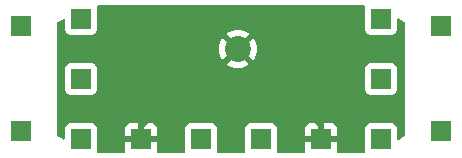
<source format=gbl>
%TF.GenerationSoftware,KiCad,Pcbnew,(6.0.5)*%
%TF.CreationDate,2023-09-23T13:50:41+09:00*%
%TF.ProjectId,20230918_Barcoder8,32303233-3039-4313-985f-426172636f64,rev?*%
%TF.SameCoordinates,Original*%
%TF.FileFunction,Copper,L2,Bot*%
%TF.FilePolarity,Positive*%
%FSLAX46Y46*%
G04 Gerber Fmt 4.6, Leading zero omitted, Abs format (unit mm)*
G04 Created by KiCad (PCBNEW (6.0.5)) date 2023-09-23 13:50:41*
%MOMM*%
%LPD*%
G01*
G04 APERTURE LIST*
%TA.AperFunction,ComponentPad*%
%ADD10R,1.700000X1.700000*%
%TD*%
%TA.AperFunction,ComponentPad*%
%ADD11C,2.200000*%
%TD*%
%TA.AperFunction,ViaPad*%
%ADD12C,0.800000*%
%TD*%
%TA.AperFunction,Conductor*%
%ADD13C,0.250000*%
%TD*%
G04 APERTURE END LIST*
D10*
%TO.P,REF\u002A\u002A,1*%
%TO.N,N/C*%
X124460000Y-74295000D03*
%TD*%
%TO.P,P1,1,Pin_1*%
%TO.N,/P*%
X154940000Y-78740000D03*
%TD*%
%TO.P,G2,1,Pin_1*%
%TO.N,/G*%
X149860000Y-83820000D03*
%TD*%
%TO.P,REF\u002A\u002A,1*%
%TO.N,N/C*%
X124460000Y-83185000D03*
%TD*%
%TO.P,OUT1,1,Pin_1*%
%TO.N,/OUT*%
X154940000Y-83820000D03*
%TD*%
%TO.P,T1,1,Pin_1*%
%TO.N,/CE*%
X129540000Y-83820000D03*
%TD*%
%TO.P,A1,1,Pin_1*%
%TO.N,/Ain*%
X129540000Y-78740000D03*
%TD*%
D11*
%TO.P,J1,1,Pin_1*%
%TO.N,/G*%
X142810000Y-76200000D03*
%TD*%
D10*
%TO.P,REF\u002A\u002A,1*%
%TO.N,N/C*%
X160020000Y-83185000D03*
%TD*%
%TO.P,N1,1,Pin_1*%
%TO.N,/N*%
X129540000Y-73660000D03*
%TD*%
%TO.P,BZ1,1,Pin_1*%
%TO.N,Net-(BZ1-Pad1)*%
X139700000Y-83820000D03*
%TD*%
%TO.P,V5,1,Pin_1*%
%TO.N,/5V*%
X154940000Y-73660000D03*
%TD*%
%TO.P,BZ2,1,Pin_1*%
%TO.N,Net-(BZ2-Pad1)*%
X144780000Y-83820000D03*
%TD*%
%TO.P,REF\u002A\u002A,1*%
%TO.N,N/C*%
X160020000Y-74295000D03*
%TD*%
%TO.P,G1,1,Pin_1*%
%TO.N,/G*%
X134620000Y-83820000D03*
%TD*%
D12*
%TO.N,/G*%
X143332200Y-73406000D03*
X155905200Y-81280000D03*
X128498600Y-81203800D03*
X132638800Y-76352400D03*
X141300200Y-82245200D03*
X155879800Y-76174600D03*
X128574800Y-76073000D03*
X147370800Y-73406000D03*
X147447000Y-82677000D03*
X152400000Y-75438000D03*
X149682200Y-81305400D03*
X146278600Y-79857600D03*
X137541000Y-79349600D03*
X137896600Y-81991200D03*
X149631400Y-76530200D03*
X143078200Y-82270600D03*
%TD*%
D13*
%TO.N,/G*%
X149860000Y-82860000D02*
X149000000Y-82000000D01*
X152400000Y-75438000D02*
X152400000Y-83312000D01*
X142205800Y-82000000D02*
X137354400Y-82000000D01*
X137354400Y-82000000D02*
X135500000Y-82000000D01*
X137668000Y-79502000D02*
X137668000Y-79832000D01*
X137668000Y-79832000D02*
X135500000Y-82000000D01*
X135500000Y-82000000D02*
X134620000Y-82880000D01*
X149860000Y-83820000D02*
X149860000Y-82860000D01*
X151892000Y-83820000D02*
X149860000Y-83820000D01*
X152400000Y-83312000D02*
X151892000Y-83820000D01*
X134620000Y-82880000D02*
X134620000Y-83820000D01*
X149000000Y-82000000D02*
X142205800Y-82000000D01*
%TD*%
%TA.AperFunction,Conductor*%
%TO.N,/G*%
G36*
X153546249Y-72528502D02*
G01*
X153592742Y-72582158D01*
X153602846Y-72652432D01*
X153596111Y-72678728D01*
X153588255Y-72699684D01*
X153581500Y-72761866D01*
X153581500Y-74558134D01*
X153588255Y-74620316D01*
X153639385Y-74756705D01*
X153726739Y-74873261D01*
X153843295Y-74960615D01*
X153979684Y-75011745D01*
X154041866Y-75018500D01*
X155838134Y-75018500D01*
X155900316Y-75011745D01*
X156036705Y-74960615D01*
X156153261Y-74873261D01*
X156240615Y-74756705D01*
X156291745Y-74620316D01*
X156298500Y-74558134D01*
X156298500Y-73730946D01*
X156318502Y-73662825D01*
X156372158Y-73616332D01*
X156442432Y-73606228D01*
X156506330Y-73635135D01*
X156610584Y-73724176D01*
X156614792Y-73726755D01*
X156614798Y-73726759D01*
X156808817Y-73845654D01*
X156813037Y-73848240D01*
X156817607Y-73850133D01*
X156817611Y-73850135D01*
X156922218Y-73893464D01*
X156977499Y-73938012D01*
X157000000Y-74009873D01*
X157000000Y-83490127D01*
X156979998Y-83558248D01*
X156922218Y-83606536D01*
X156817611Y-83649865D01*
X156817607Y-83649867D01*
X156813037Y-83651760D01*
X156808817Y-83654346D01*
X156614798Y-83773241D01*
X156614792Y-83773245D01*
X156610584Y-83775824D01*
X156506330Y-83864865D01*
X156441541Y-83893896D01*
X156371341Y-83883291D01*
X156318019Y-83836417D01*
X156298500Y-83769054D01*
X156298500Y-82921866D01*
X156291745Y-82859684D01*
X156240615Y-82723295D01*
X156153261Y-82606739D01*
X156036705Y-82519385D01*
X155900316Y-82468255D01*
X155838134Y-82461500D01*
X154041866Y-82461500D01*
X153979684Y-82468255D01*
X153843295Y-82519385D01*
X153726739Y-82606739D01*
X153639385Y-82723295D01*
X153588255Y-82859684D01*
X153581500Y-82921866D01*
X153581500Y-84718134D01*
X153588255Y-84780316D01*
X153591029Y-84787715D01*
X153603608Y-84821270D01*
X153608791Y-84892078D01*
X153574870Y-84954447D01*
X153512615Y-84988576D01*
X153485626Y-84991500D01*
X151313840Y-84991500D01*
X151245719Y-84971498D01*
X151199226Y-84917842D01*
X151189122Y-84847568D01*
X151195858Y-84821270D01*
X151208478Y-84787606D01*
X151212105Y-84772351D01*
X151217631Y-84721486D01*
X151218000Y-84714672D01*
X151218000Y-84092115D01*
X151213525Y-84076876D01*
X151212135Y-84075671D01*
X151204452Y-84074000D01*
X148520116Y-84074000D01*
X148504877Y-84078475D01*
X148503672Y-84079865D01*
X148502001Y-84087548D01*
X148502001Y-84714669D01*
X148502371Y-84721490D01*
X148507895Y-84772352D01*
X148511521Y-84787603D01*
X148524142Y-84821270D01*
X148529325Y-84892077D01*
X148495404Y-84954446D01*
X148433149Y-84988576D01*
X148406160Y-84991500D01*
X146234374Y-84991500D01*
X146166253Y-84971498D01*
X146119760Y-84917842D01*
X146109656Y-84847568D01*
X146116392Y-84821270D01*
X146128971Y-84787715D01*
X146131745Y-84780316D01*
X146138500Y-84718134D01*
X146138500Y-83547885D01*
X148502000Y-83547885D01*
X148506475Y-83563124D01*
X148507865Y-83564329D01*
X148515548Y-83566000D01*
X149587885Y-83566000D01*
X149603124Y-83561525D01*
X149604329Y-83560135D01*
X149606000Y-83552452D01*
X149606000Y-83547885D01*
X150114000Y-83547885D01*
X150118475Y-83563124D01*
X150119865Y-83564329D01*
X150127548Y-83566000D01*
X151199884Y-83566000D01*
X151215123Y-83561525D01*
X151216328Y-83560135D01*
X151217999Y-83552452D01*
X151217999Y-82925331D01*
X151217629Y-82918510D01*
X151212105Y-82867648D01*
X151208479Y-82852396D01*
X151163324Y-82731946D01*
X151154786Y-82716351D01*
X151078285Y-82614276D01*
X151065724Y-82601715D01*
X150963649Y-82525214D01*
X150948054Y-82516676D01*
X150827606Y-82471522D01*
X150812351Y-82467895D01*
X150761486Y-82462369D01*
X150754672Y-82462000D01*
X150132115Y-82462000D01*
X150116876Y-82466475D01*
X150115671Y-82467865D01*
X150114000Y-82475548D01*
X150114000Y-83547885D01*
X149606000Y-83547885D01*
X149606000Y-82480116D01*
X149601525Y-82464877D01*
X149600135Y-82463672D01*
X149592452Y-82462001D01*
X148965331Y-82462001D01*
X148958510Y-82462371D01*
X148907648Y-82467895D01*
X148892396Y-82471521D01*
X148771946Y-82516676D01*
X148756351Y-82525214D01*
X148654276Y-82601715D01*
X148641715Y-82614276D01*
X148565214Y-82716351D01*
X148556676Y-82731946D01*
X148511522Y-82852394D01*
X148507895Y-82867649D01*
X148502369Y-82918514D01*
X148502000Y-82925328D01*
X148502000Y-83547885D01*
X146138500Y-83547885D01*
X146138500Y-82921866D01*
X146131745Y-82859684D01*
X146080615Y-82723295D01*
X145993261Y-82606739D01*
X145876705Y-82519385D01*
X145740316Y-82468255D01*
X145678134Y-82461500D01*
X143881866Y-82461500D01*
X143819684Y-82468255D01*
X143683295Y-82519385D01*
X143566739Y-82606739D01*
X143479385Y-82723295D01*
X143428255Y-82859684D01*
X143421500Y-82921866D01*
X143421500Y-84718134D01*
X143428255Y-84780316D01*
X143431029Y-84787715D01*
X143443608Y-84821270D01*
X143448791Y-84892078D01*
X143414870Y-84954447D01*
X143352615Y-84988576D01*
X143325626Y-84991500D01*
X141154374Y-84991500D01*
X141086253Y-84971498D01*
X141039760Y-84917842D01*
X141029656Y-84847568D01*
X141036392Y-84821270D01*
X141048971Y-84787715D01*
X141051745Y-84780316D01*
X141058500Y-84718134D01*
X141058500Y-82921866D01*
X141051745Y-82859684D01*
X141000615Y-82723295D01*
X140913261Y-82606739D01*
X140796705Y-82519385D01*
X140660316Y-82468255D01*
X140598134Y-82461500D01*
X138801866Y-82461500D01*
X138739684Y-82468255D01*
X138603295Y-82519385D01*
X138486739Y-82606739D01*
X138399385Y-82723295D01*
X138348255Y-82859684D01*
X138341500Y-82921866D01*
X138341500Y-84718134D01*
X138348255Y-84780316D01*
X138351029Y-84787715D01*
X138363608Y-84821270D01*
X138368791Y-84892078D01*
X138334870Y-84954447D01*
X138272615Y-84988576D01*
X138245626Y-84991500D01*
X136073840Y-84991500D01*
X136005719Y-84971498D01*
X135959226Y-84917842D01*
X135949122Y-84847568D01*
X135955858Y-84821270D01*
X135968478Y-84787606D01*
X135972105Y-84772351D01*
X135977631Y-84721486D01*
X135978000Y-84714672D01*
X135978000Y-84092115D01*
X135973525Y-84076876D01*
X135972135Y-84075671D01*
X135964452Y-84074000D01*
X133280116Y-84074000D01*
X133264877Y-84078475D01*
X133263672Y-84079865D01*
X133262001Y-84087548D01*
X133262001Y-84714669D01*
X133262371Y-84721490D01*
X133267895Y-84772352D01*
X133271521Y-84787603D01*
X133284142Y-84821270D01*
X133289325Y-84892077D01*
X133255404Y-84954446D01*
X133193149Y-84988576D01*
X133166160Y-84991500D01*
X130994374Y-84991500D01*
X130926253Y-84971498D01*
X130879760Y-84917842D01*
X130869656Y-84847568D01*
X130876392Y-84821270D01*
X130888971Y-84787715D01*
X130891745Y-84780316D01*
X130898500Y-84718134D01*
X130898500Y-83547885D01*
X133262000Y-83547885D01*
X133266475Y-83563124D01*
X133267865Y-83564329D01*
X133275548Y-83566000D01*
X134347885Y-83566000D01*
X134363124Y-83561525D01*
X134364329Y-83560135D01*
X134366000Y-83552452D01*
X134366000Y-83547885D01*
X134874000Y-83547885D01*
X134878475Y-83563124D01*
X134879865Y-83564329D01*
X134887548Y-83566000D01*
X135959884Y-83566000D01*
X135975123Y-83561525D01*
X135976328Y-83560135D01*
X135977999Y-83552452D01*
X135977999Y-82925331D01*
X135977629Y-82918510D01*
X135972105Y-82867648D01*
X135968479Y-82852396D01*
X135923324Y-82731946D01*
X135914786Y-82716351D01*
X135838285Y-82614276D01*
X135825724Y-82601715D01*
X135723649Y-82525214D01*
X135708054Y-82516676D01*
X135587606Y-82471522D01*
X135572351Y-82467895D01*
X135521486Y-82462369D01*
X135514672Y-82462000D01*
X134892115Y-82462000D01*
X134876876Y-82466475D01*
X134875671Y-82467865D01*
X134874000Y-82475548D01*
X134874000Y-83547885D01*
X134366000Y-83547885D01*
X134366000Y-82480116D01*
X134361525Y-82464877D01*
X134360135Y-82463672D01*
X134352452Y-82462001D01*
X133725331Y-82462001D01*
X133718510Y-82462371D01*
X133667648Y-82467895D01*
X133652396Y-82471521D01*
X133531946Y-82516676D01*
X133516351Y-82525214D01*
X133414276Y-82601715D01*
X133401715Y-82614276D01*
X133325214Y-82716351D01*
X133316676Y-82731946D01*
X133271522Y-82852394D01*
X133267895Y-82867649D01*
X133262369Y-82918514D01*
X133262000Y-82925328D01*
X133262000Y-83547885D01*
X130898500Y-83547885D01*
X130898500Y-82921866D01*
X130891745Y-82859684D01*
X130840615Y-82723295D01*
X130753261Y-82606739D01*
X130636705Y-82519385D01*
X130500316Y-82468255D01*
X130438134Y-82461500D01*
X128641866Y-82461500D01*
X128579684Y-82468255D01*
X128443295Y-82519385D01*
X128326739Y-82606739D01*
X128239385Y-82723295D01*
X128188255Y-82859684D01*
X128181500Y-82921866D01*
X128181500Y-83751972D01*
X128161498Y-83820093D01*
X128107842Y-83866586D01*
X128037568Y-83876690D01*
X127973669Y-83847783D01*
X127941248Y-83820093D01*
X127889416Y-83775824D01*
X127885208Y-83773245D01*
X127885202Y-83773241D01*
X127691183Y-83654346D01*
X127686963Y-83651760D01*
X127682393Y-83649867D01*
X127682389Y-83649865D01*
X127577782Y-83606536D01*
X127522501Y-83561988D01*
X127500000Y-83490127D01*
X127500000Y-79638134D01*
X128181500Y-79638134D01*
X128188255Y-79700316D01*
X128239385Y-79836705D01*
X128326739Y-79953261D01*
X128443295Y-80040615D01*
X128579684Y-80091745D01*
X128641866Y-80098500D01*
X130438134Y-80098500D01*
X130500316Y-80091745D01*
X130636705Y-80040615D01*
X130753261Y-79953261D01*
X130840615Y-79836705D01*
X130891745Y-79700316D01*
X130898500Y-79638134D01*
X153581500Y-79638134D01*
X153588255Y-79700316D01*
X153639385Y-79836705D01*
X153726739Y-79953261D01*
X153843295Y-80040615D01*
X153979684Y-80091745D01*
X154041866Y-80098500D01*
X155838134Y-80098500D01*
X155900316Y-80091745D01*
X156036705Y-80040615D01*
X156153261Y-79953261D01*
X156240615Y-79836705D01*
X156291745Y-79700316D01*
X156298500Y-79638134D01*
X156298500Y-77841866D01*
X156291745Y-77779684D01*
X156240615Y-77643295D01*
X156153261Y-77526739D01*
X156036705Y-77439385D01*
X155900316Y-77388255D01*
X155838134Y-77381500D01*
X154041866Y-77381500D01*
X153979684Y-77388255D01*
X153843295Y-77439385D01*
X153726739Y-77526739D01*
X153639385Y-77643295D01*
X153588255Y-77779684D01*
X153581500Y-77841866D01*
X153581500Y-79638134D01*
X130898500Y-79638134D01*
X130898500Y-77841866D01*
X130891745Y-77779684D01*
X130840615Y-77643295D01*
X130753261Y-77526739D01*
X130724775Y-77505390D01*
X141869440Y-77505390D01*
X141875167Y-77513040D01*
X142073506Y-77634583D01*
X142082300Y-77639064D01*
X142306991Y-77732134D01*
X142316376Y-77735183D01*
X142552863Y-77791959D01*
X142562610Y-77793502D01*
X142805070Y-77812584D01*
X142814930Y-77812584D01*
X143057390Y-77793502D01*
X143067137Y-77791959D01*
X143303624Y-77735183D01*
X143313009Y-77732134D01*
X143537700Y-77639064D01*
X143546494Y-77634583D01*
X143741167Y-77515287D01*
X143750627Y-77504830D01*
X143746844Y-77496054D01*
X142822812Y-76572022D01*
X142808868Y-76564408D01*
X142807035Y-76564539D01*
X142800420Y-76568790D01*
X141876200Y-77493010D01*
X141869440Y-77505390D01*
X130724775Y-77505390D01*
X130636705Y-77439385D01*
X130500316Y-77388255D01*
X130438134Y-77381500D01*
X128641866Y-77381500D01*
X128579684Y-77388255D01*
X128443295Y-77439385D01*
X128326739Y-77526739D01*
X128239385Y-77643295D01*
X128188255Y-77779684D01*
X128181500Y-77841866D01*
X128181500Y-79638134D01*
X127500000Y-79638134D01*
X127500000Y-76204930D01*
X141197416Y-76204930D01*
X141216498Y-76447390D01*
X141218041Y-76457137D01*
X141274817Y-76693624D01*
X141277866Y-76703009D01*
X141370936Y-76927700D01*
X141375417Y-76936494D01*
X141494713Y-77131167D01*
X141505170Y-77140627D01*
X141513946Y-77136844D01*
X142437978Y-76212812D01*
X142444356Y-76201132D01*
X143174408Y-76201132D01*
X143174539Y-76202965D01*
X143178790Y-76209580D01*
X144103010Y-77133800D01*
X144115390Y-77140560D01*
X144123040Y-77134833D01*
X144244583Y-76936494D01*
X144249064Y-76927700D01*
X144342134Y-76703009D01*
X144345183Y-76693624D01*
X144401959Y-76457137D01*
X144403502Y-76447390D01*
X144422584Y-76204930D01*
X144422584Y-76195070D01*
X144403502Y-75952610D01*
X144401959Y-75942863D01*
X144345183Y-75706376D01*
X144342134Y-75696991D01*
X144249064Y-75472300D01*
X144244583Y-75463506D01*
X144125287Y-75268833D01*
X144114830Y-75259373D01*
X144106054Y-75263156D01*
X143182022Y-76187188D01*
X143174408Y-76201132D01*
X142444356Y-76201132D01*
X142445592Y-76198868D01*
X142445461Y-76197035D01*
X142441210Y-76190420D01*
X141516990Y-75266200D01*
X141504610Y-75259440D01*
X141496960Y-75265167D01*
X141375417Y-75463506D01*
X141370936Y-75472300D01*
X141277866Y-75696991D01*
X141274817Y-75706376D01*
X141218041Y-75942863D01*
X141216498Y-75952610D01*
X141197416Y-76195070D01*
X141197416Y-76204930D01*
X127500000Y-76204930D01*
X127500000Y-74009873D01*
X127520002Y-73941752D01*
X127577782Y-73893464D01*
X127682389Y-73850135D01*
X127682393Y-73850133D01*
X127686963Y-73848240D01*
X127691183Y-73845654D01*
X127885202Y-73726759D01*
X127885208Y-73726755D01*
X127889416Y-73724176D01*
X127973669Y-73652217D01*
X128038459Y-73623186D01*
X128108659Y-73633791D01*
X128161982Y-73680666D01*
X128181500Y-73748028D01*
X128181500Y-74558134D01*
X128188255Y-74620316D01*
X128239385Y-74756705D01*
X128326739Y-74873261D01*
X128443295Y-74960615D01*
X128579684Y-75011745D01*
X128641866Y-75018500D01*
X130438134Y-75018500D01*
X130500316Y-75011745D01*
X130636705Y-74960615D01*
X130724028Y-74895170D01*
X141869373Y-74895170D01*
X141873156Y-74903946D01*
X142797188Y-75827978D01*
X142811132Y-75835592D01*
X142812965Y-75835461D01*
X142819580Y-75831210D01*
X143743800Y-74906990D01*
X143750560Y-74894610D01*
X143744833Y-74886960D01*
X143546494Y-74765417D01*
X143537700Y-74760936D01*
X143313009Y-74667866D01*
X143303624Y-74664817D01*
X143067137Y-74608041D01*
X143057390Y-74606498D01*
X142814930Y-74587416D01*
X142805070Y-74587416D01*
X142562610Y-74606498D01*
X142552863Y-74608041D01*
X142316376Y-74664817D01*
X142306991Y-74667866D01*
X142082300Y-74760936D01*
X142073506Y-74765417D01*
X141878833Y-74884713D01*
X141869373Y-74895170D01*
X130724028Y-74895170D01*
X130753261Y-74873261D01*
X130840615Y-74756705D01*
X130891745Y-74620316D01*
X130898500Y-74558134D01*
X130898500Y-72761866D01*
X130891745Y-72699684D01*
X130883889Y-72678728D01*
X130878707Y-72607921D01*
X130912629Y-72545552D01*
X130974885Y-72511424D01*
X131001872Y-72508500D01*
X153478128Y-72508500D01*
X153546249Y-72528502D01*
G37*
%TD.AperFunction*%
%TD*%
M02*

</source>
